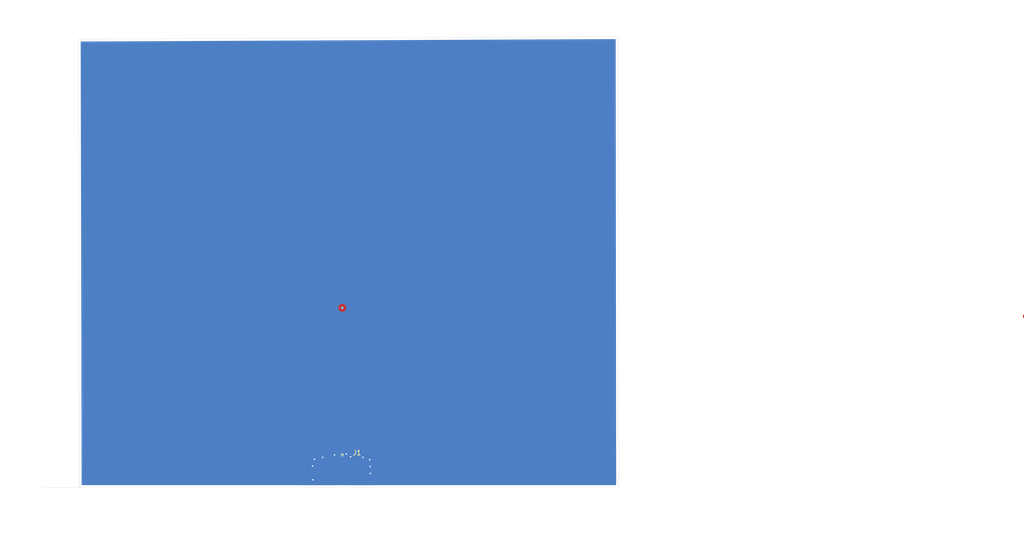
<source format=kicad_pcb>
(kicad_pcb (version 20241229) (generator "pcbnew") (generator_version "9.0")
  (layers (0 "F.Cu" signal) (2 "B.Cu" signal) (13 "F.Paste" user) (15 "B.Paste" user) (5 "F.SilkS" user "F.Silkscreen") (7 "B.SilkS" user "B.Silkscreen") (1 "F.Mask" user) (3 "B.Mask" user) (25 "Edge.Cuts" user))
  (net 0 "")
  (net 1 "GND")
  (net 2 "/Signal")
  (footprint "Connector_Coaxial:SMA_Amphenol_132289_EdgeMount" (layer "F.Cu") (at 108.2 150.6375 -90)
    (property "Reference" "J1" (at -3.96 -3 0) (layer "F.SilkS"))
    (property "Value" "Conn_Coaxial")
    (fp_line (start -3.71 0.25) (end -3.21 0) (stroke (width 0.12)) (layer "F.SilkS"))
    (fp_line (start -3.21 0) (end -3.71 -0.25) (stroke (width 0.12)) (layer "F.SilkS"))
    (fp_line (start -3.71 -0.25) (end -3.71 0.25) (stroke (width 0.12)) (layer "F.SilkS"))
    (pad "1" smd rect (at 0 0) (size 1.5 5.08) (layers "F.Cu" "F.Mask" "F.Paste") (net 2 "/Signal"))
    (pad "2" smd rect (at 0 -4.25) (size 1.5 5.08) (layers "F.Cu" "F.Mask" "F.Paste") (net 1 "GND"))
    (pad "2" smd rect (at 0 -4.25) (size 1.5 5.08) (layers "B.Cu" "B.Mask" "B.Paste") (net 1 "GND"))
    (pad "2" smd rect (at 0 4.25) (size 1.5 5.08) (layers "F.Cu" "F.Mask" "F.Paste") (net 1 "GND"))
    (pad "2" smd rect (at 0 4.25) (size 1.5 5.08) (layers "B.Cu" "B.Mask" "B.Paste") (net 1 "GND"))
  )
  (gr_line (start 164.6 61.5) (end 164.7 153.8) (stroke (width 0.05)) (layer "Edge.Cuts"))
  (gr_line (start 54.4 153.8) (end 54.2 62) (stroke (width 0.05)) (layer "Edge.Cuts"))
  (gr_line (start 54.2 62) (end 164.6 61.5) (stroke (width 0.05)) (layer "Edge.Cuts"))
  (gr_line (start 164.7 153.8) (end 47.1 153.8) (stroke (width 0.05)) (layer "Edge.Cuts"))
  (segment (start 247.5 119) (end 247.5 118.5) (width 0.2) (layer "F.Cu") (net 0))
  (via (at 102.1 149.4) (size 0.6) (drill 0.3) (layers "F.Cu" "B.Cu") (net 1))
  (via (at 112.4 147.6) (size 0.6) (drill 0.3) (layers "F.Cu" "B.Cu") (net 1))
  (via (at 113.9 150.9) (size 0.6) (drill 0.3) (layers "F.Cu" "B.Cu") (net 1))
  (via (at 106.6 147.1) (size 0.6) (drill 0.3) (layers "F.Cu" "B.Cu") (net 1))
  (via (at 104.2 147.6) (size 0.6) (drill 0.3) (layers "F.Cu" "B.Cu") (net 1))
  (via (at 113.9 149.5) (size 0.6) (drill 0.3) (layers "F.Cu" "B.Cu") (net 1))
  (via (at 102.2 152.2) (size 0.6) (drill 0.3) (layers "F.Cu" "B.Cu") (net 1))
  (via (at 113.8 148.1) (size 0.6) (drill 0.3) (layers "F.Cu" "B.Cu") (net 1))
  (via (at 109 146.9) (size 0.6) (drill 0.3) (layers "F.Cu" "B.Cu") (net 1))
  (via (at 109.9 147.5) (size 0.6) (drill 0.3) (layers "F.Cu" "B.Cu") (net 1))
  (via (at 102.5 148) (size 0.6) (drill 0.3) (layers "F.Cu" "B.Cu") (net 1))
  (segment (start 108.2 117) (end 108.2 148.874) (width 0.45) (layer "F.Cu") (net 2))
  (segment (start 108.2 117) (end 108.2 116.8) (width 0.45) (layer "F.Cu") (net 2))
  (via (at 108.2 117) (size 0.6) (drill 0.3) (layers "F.Cu" "B.Cu") (net 2))
  (zone (net 0) (net_name "") (layer "F.Cu") (connect_pads (clearance 0)) (min_thickness 0.25)
    (keepout (tracks not_allowed) (vias allowed) (pads allowed) (copperpour not_allowed) (footprints allowed))
    (fill (thermal_gap 0.5) (thermal_bridge_width 0.5))
    (polygon (pts (xy 109.2 146.5) (xy 109.2 116.5) (xy 110.2 116.5) (xy 110.2 146.5)))
  )
  (zone (net 0) (net_name "") (layer "F.Cu") (connect_pads (clearance 0)) (min_thickness 0.25)
    (keepout (tracks not_allowed) (vias allowed) (pads allowed) (copperpour not_allowed) (footprints allowed))
    (fill (thermal_gap 0.5) (thermal_bridge_width 0.5))
    (polygon (pts (xy 106.2 146.5) (xy 106.2 116.5) (xy 107.2 116.5) (xy 107.2 146.5)))
  )
  (zone (net 2) (net_name "/Signal") (layer "F.Cu") (connect_pads yes (clearance 0.5)) (min_thickness 0.25) (fill yes (thermal_gap 0.5) (thermal_bridge_width 0.5))
    (polygon (pts (xy 57 146.5) (xy 159.4 146.5) (xy 159.4 67) (xy 57 67)))
  )
  (zone (net 1) (net_name "GND") (layer "F.Cu") (priority 2) (connect_pads yes (clearance 0.5)) (min_thickness 0.25) (fill yes (thermal_gap 0.5) (thermal_bridge_width 0.5))
    (polygon (pts (xy 114.7 146.6) (xy 114.7 155) (xy 99.7 155.1) (xy 99.7 146.6)))
  )
  (zone (net 1) (net_name "GND") (layer "B.Cu") (priority 1) (connect_pads yes (clearance 0.5)) (min_thickness 0.25) (fill yes (thermal_gap 0.5) (thermal_bridge_width 0.5))
    (polygon (pts (xy 40.8 55.4) (xy 175.5 54) (xy 181 162.2) (xy 38.2 164.7) (xy 40.4 56.6)))
  )
)
</source>
